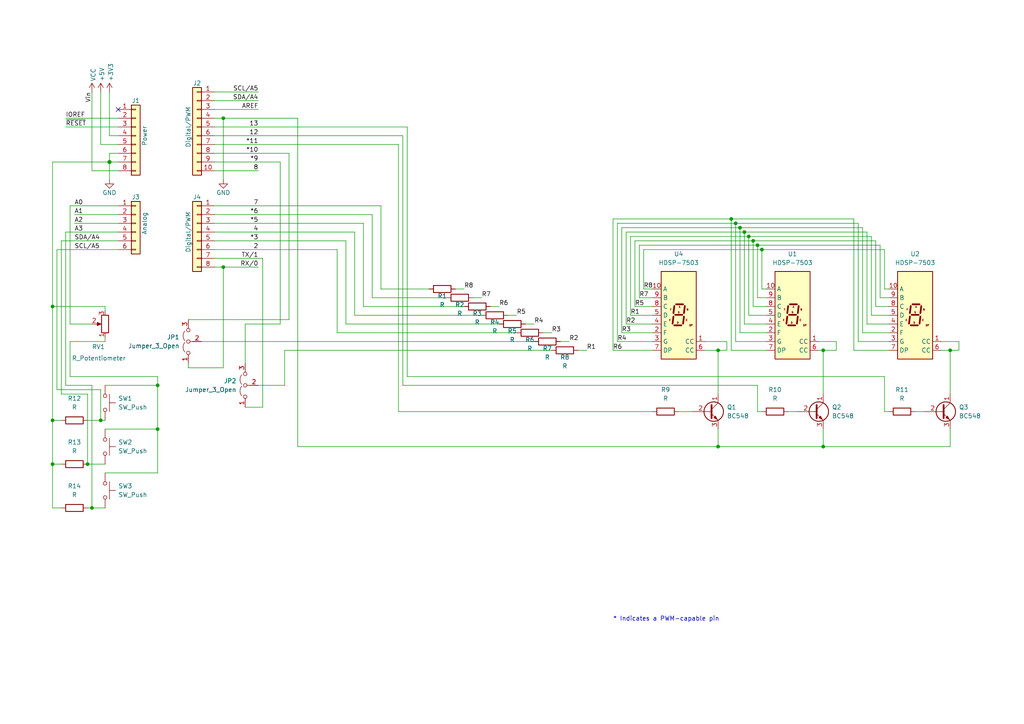
<source format=kicad_sch>
(kicad_sch (version 20231120) (generator "eeschema") (generator_version "8.0")
  (paper "A4")
  (title_block (date "mar. 31 mars 2015"))
  (lib_symbols
    (symbol "Connector_Generic:Conn_01x06" (pin_names (offset 1.016) hide)
      (property "Reference" "J" (at 0 7.62 0))
      (property "Value" "Conn_01x06" (at 0 -10.16 0))
      (symbol "Conn_01x06_1_1"
        (rectangle (start -1.27 -7.493) (end 0 -7.747) (stroke (width 0.1524)))
        (rectangle (start -1.27 -4.953) (end 0 -5.207) (stroke (width 0.1524)))
        (rectangle (start -1.27 -2.413) (end 0 -2.667) (stroke (width 0.1524)))
        (rectangle (start -1.27 0.127) (end 0 -0.127) (stroke (width 0.1524)))
        (rectangle (start -1.27 2.667) (end 0 2.413) (stroke (width 0.1524)))
        (rectangle (start -1.27 5.207) (end 0 4.953) (stroke (width 0.1524)))
        (rectangle (start -1.27 6.35) (end 1.27 -8.89) (stroke (width 0.254)) (fill (type background)))
        (pin passive line (at -5.08 5.08 0) (length 3.81) (name "Pin_1") (number "1"))
        (pin passive line (at -5.08 2.54 0) (length 3.81) (name "Pin_2") (number "2"))
        (pin passive line (at -5.08 0 0) (length 3.81) (name "Pin_3") (number "3"))
        (pin passive line (at -5.08 -2.54 0) (length 3.81) (name "Pin_4") (number "4"))
        (pin passive line (at -5.08 -5.08 0) (length 3.81) (name "Pin_5") (number "5"))
        (pin passive line (at -5.08 -7.62 0) (length 3.81) (name "Pin_6") (number "6"))
      )
    )
    (symbol "Connector_Generic:Conn_01x08" (pin_names (offset 1.016) hide)
      (property "Reference" "J" (at 0 10.16 0))
      (property "Value" "Conn_01x08" (at 0 -12.7 0))
      (symbol "Conn_01x08_1_1"
        (rectangle (start -1.27 -10.033) (end 0 -10.287) (stroke (width 0.1524)))
        (rectangle (start -1.27 -7.493) (end 0 -7.747) (stroke (width 0.1524)))
        (rectangle (start -1.27 -4.953) (end 0 -5.207) (stroke (width 0.1524)))
        (rectangle (start -1.27 -2.413) (end 0 -2.667) (stroke (width 0.1524)))
        (rectangle (start -1.27 0.127) (end 0 -0.127) (stroke (width 0.1524)))
        (rectangle (start -1.27 2.667) (end 0 2.413) (stroke (width 0.1524)))
        (rectangle (start -1.27 5.207) (end 0 4.953) (stroke (width 0.1524)))
        (rectangle (start -1.27 7.747) (end 0 7.493) (stroke (width 0.1524)))
        (rectangle (start -1.27 8.89) (end 1.27 -11.43) (stroke (width 0.254)) (fill (type background)))
        (pin passive line (at -5.08 7.62 0) (length 3.81) (name "Pin_1") (number "1"))
        (pin passive line (at -5.08 5.08 0) (length 3.81) (name "Pin_2") (number "2"))
        (pin passive line (at -5.08 2.54 0) (length 3.81) (name "Pin_3") (number "3"))
        (pin passive line (at -5.08 0 0) (length 3.81) (name "Pin_4") (number "4"))
        (pin passive line (at -5.08 -2.54 0) (length 3.81) (name "Pin_5") (number "5"))
        (pin passive line (at -5.08 -5.08 0) (length 3.81) (name "Pin_6") (number "6"))
        (pin passive line (at -5.08 -7.62 0) (length 3.81) (name "Pin_7") (number "7"))
        (pin passive line (at -5.08 -10.16 0) (length 3.81) (name "Pin_8") (number "8"))
      )
    )
    (symbol "Connector_Generic:Conn_01x10" (pin_names (offset 1.016) hide)
      (property "Reference" "J" (at 0 12.7 0))
      (property "Value" "Conn_01x10" (at 0 -15.24 0))
      (symbol "Conn_01x10_1_1"
        (rectangle (start -1.27 -12.573) (end 0 -12.827) (stroke (width 0.1524)))
        (rectangle (start -1.27 -10.033) (end 0 -10.287) (stroke (width 0.1524)))
        (rectangle (start -1.27 -7.493) (end 0 -7.747) (stroke (width 0.1524)))
        (rectangle (start -1.27 -4.953) (end 0 -5.207) (stroke (width 0.1524)))
        (rectangle (start -1.27 -2.413) (end 0 -2.667) (stroke (width 0.1524)))
        (rectangle (start -1.27 0.127) (end 0 -0.127) (stroke (width 0.1524)))
        (rectangle (start -1.27 2.667) (end 0 2.413) (stroke (width 0.1524)))
        (rectangle (start -1.27 5.207) (end 0 4.953) (stroke (width 0.1524)))
        (rectangle (start -1.27 7.747) (end 0 7.493) (stroke (width 0.1524)))
        (rectangle (start -1.27 10.287) (end 0 10.033) (stroke (width 0.1524)))
        (rectangle (start -1.27 11.43) (end 1.27 -13.97) (stroke (width 0.254)) (fill (type background)))
        (pin passive line (at -5.08 10.16 0) (length 3.81) (name "Pin_1") (number "1"))
        (pin passive line (at -5.08 -12.7 0) (length 3.81) (name "Pin_10") (number "10"))
        (pin passive line (at -5.08 7.62 0) (length 3.81) (name "Pin_2") (number "2"))
        (pin passive line (at -5.08 5.08 0) (length 3.81) (name "Pin_3") (number "3"))
        (pin passive line (at -5.08 2.54 0) (length 3.81) (name "Pin_4") (number "4"))
        (pin passive line (at -5.08 0 0) (length 3.81) (name "Pin_5") (number "5"))
        (pin passive line (at -5.08 -2.54 0) (length 3.81) (name "Pin_6") (number "6"))
        (pin passive line (at -5.08 -5.08 0) (length 3.81) (name "Pin_7") (number "7"))
        (pin passive line (at -5.08 -7.62 0) (length 3.81) (name "Pin_8") (number "8"))
        (pin passive line (at -5.08 -10.16 0) (length 3.81) (name "Pin_9") (number "9"))
      )
    )
    (symbol "Device:R" (pin_numbers hide) (pin_names (offset 0))
      (property "Reference" "R" (at 2.032 0 90))
      (property "Value" "R" (at 0 0 90))
      (symbol "R_0_1"
        (rectangle (start -1.016 -2.54) (end 1.016 2.54) (stroke (width 0.254)))
      )
      (symbol "R_1_1"
        (pin passive line (at 0 3.81 270) (length 1.27) (name "~") (number "1"))
        (pin passive line (at 0 -3.81 90) (length 1.27) (name "~") (number "2"))
      )
    )
    (symbol "Device:R_Potentiometer" (pin_names (offset 1.016) hide)
      (property "Reference" "RV" (at -4.445 0 90))
      (property "Value" "R_Potentiometer" (at -2.54 0 90))
      (symbol "R_Potentiometer_0_1"
        (polyline (pts (xy 2.54 0) (xy 1.524 0)))
        (polyline (pts (xy 1.143 0) (xy 2.286 0.508) (xy 2.286 -0.508) (xy 1.143 0)) (fill (type outline)))
        (rectangle (start 1.016 2.54) (end -1.016 -2.54) (stroke (width 0.254)))
      )
      (symbol "R_Potentiometer_1_1"
        (pin passive line (at 0 3.81 270) (length 1.27) (name "1") (number "1"))
        (pin passive line (at 3.81 0 180) (length 1.27) (name "2") (number "2"))
        (pin passive line (at 0 -3.81 90) (length 1.27) (name "3") (number "3"))
      )
    )
    (symbol "Display_Character:HDSP-7503"
      (property "Reference" "U" (at -3.81 13.97 0))
      (property "Value" "HDSP-7503" (at 6.35 13.97 0))
      (symbol "HDSP-7503_1_0"
        (text "A" (at 0.254 2.413 0) (effects (font (size 0.508 0.508))))
        (text "B" (at 2.54 1.651 0) (effects (font (size 0.508 0.508))))
        (text "C" (at 2.286 -1.397 0) (effects (font (size 0.508 0.508))))
        (text "D" (at -0.254 -2.159 0) (effects (font (size 0.508 0.508))))
        (text "DP" (at 3.556 -2.921 0) (effects (font (size 0.508 0.508))))
        (text "E" (at -2.54 -1.397 0) (effects (font (size 0.508 0.508))))
        (text "F" (at -2.286 1.651 0) (effects (font (size 0.508 0.508))))
        (text "G" (at 0 0.889 0) (effects (font (size 0.508 0.508))))
      )
      (symbol "HDSP-7503_1_1"
        (rectangle (start -5.08 12.7) (end 5.08 -12.7) (stroke (width 0.254)) (fill (type background)))
        (polyline (pts (xy -1.524 -0.381) (xy -1.778 -2.413)) (stroke (width 0.508)))
        (polyline (pts (xy -1.27 -2.921) (xy 0.762 -2.921)) (stroke (width 0.508)))
        (polyline (pts (xy -1.27 2.667) (xy -1.524 0.635)) (stroke (width 0.508)))
        (polyline (pts (xy -1.016 0.127) (xy 1.016 0.127)) (stroke (width 0.508)))
        (polyline (pts (xy -0.762 3.175) (xy 1.27 3.175)) (stroke (width 0.508)))
        (polyline (pts (xy 1.524 -0.381) (xy 1.27 -2.413)) (stroke (width 0.508)))
        (polyline (pts (xy 1.778 2.667) (xy 1.524 0.635)) (stroke (width 0.508)))
        (polyline (pts (xy 2.54 -2.921) (xy 2.54 -2.921)) (stroke (width 0.508)))
        (pin input line (at 7.62 -7.62 180) (length 2.54) (name "CC") (number "1"))
        (pin input line (at -7.62 7.62 0) (length 2.54) (name "A") (number "10"))
        (pin input line (at -7.62 -5.08 0) (length 2.54) (name "F") (number "2"))
        (pin input line (at -7.62 -7.62 0) (length 2.54) (name "G") (number "3"))
        (pin input line (at -7.62 -2.54 0) (length 2.54) (name "E") (number "4"))
        (pin input line (at -7.62 0 0) (length 2.54) (name "D") (number "5"))
        (pin input line (at 7.62 -10.16 180) (length 2.54) (name "CC") (number "6"))
        (pin input line (at -7.62 -10.16 0) (length 2.54) (name "DP") (number "7"))
        (pin input line (at -7.62 2.54 0) (length 2.54) (name "C") (number "8"))
        (pin input line (at -7.62 5.08 0) (length 2.54) (name "B") (number "9"))
      )
    )
    (symbol "Jumper:Jumper_3_Open" (pin_names (offset 0) hide) (exclude_from_sim yes) (in_bom no)
      (property "Reference" "JP" (at -2.54 -2.54 0))
      (property "Value" "Jumper_3_Open" (at 0 2.794 0))
      (symbol "Jumper_3_Open_0_0"
        (circle (center -3.302 0) (radius 0.508))
        (circle (center 0 0) (radius 0.508))
        (circle (center 3.302 0) (radius 0.508))
      )
      (symbol "Jumper_3_Open_0_1"
        (arc (start -0.254 1.016) (mid -1.651 1.4992) (end -3.048 1.016))
        (polyline (pts (xy 0 -0.508) (xy 0 -1.27)))
        (arc (start 3.048 1.016) (mid 1.651 1.4992) (end 0.254 1.016))
      )
      (symbol "Jumper_3_Open_1_1"
        (pin passive line (at -6.35 0 0) (length 2.54) (name "A") (number "1"))
        (pin passive line (at 0 -3.81 90) (length 2.54) (name "C") (number "2"))
        (pin passive line (at 6.35 0 180) (length 2.54) (name "B") (number "3"))
      )
    )
    (symbol "Switch:SW_Push" (pin_numbers hide) (pin_names (offset 1.016) hide)
      (property "Reference" "SW" (at 1.27 2.54 0))
      (property "Value" "SW_Push" (at 0 -1.524 0))
      (symbol "SW_Push_0_1"
        (circle (center -2.032 0) (radius 0.508))
        (polyline (pts (xy 0 1.27) (xy 0 3.048)))
        (polyline (pts (xy 2.54 1.27) (xy -2.54 1.27)))
        (circle (center 2.032 0) (radius 0.508))
        (pin passive line (at -5.08 0 0) (length 2.54) (name "1") (number "1"))
        (pin passive line (at 5.08 0 180) (length 2.54) (name "2") (number "2"))
      )
    )
    (symbol "Transistor_BJT:BC548" (pin_names (offset 0) hide)
      (property "Reference" "Q" (at 5.08 1.905 0))
      (property "Value" "BC548" (at 5.08 0 0))
      (symbol "BC548_0_1"
        (polyline (pts (xy 0 0) (xy 0.635 0)))
        (polyline (pts (xy 0.635 0.635) (xy 2.54 2.54)))
        (polyline (pts (xy 0.635 -0.635) (xy 2.54 -2.54) (xy 2.54 -2.54)))
        (polyline (pts (xy 0.635 1.905) (xy 0.635 -1.905) (xy 0.635 -1.905)) (stroke (width 0.508)))
        (polyline (pts (xy 1.27 -1.778) (xy 1.778 -1.27) (xy 2.286 -2.286) (xy 1.27 -1.778) (xy 1.27 -1.778)) (fill (type outline)))
        (circle (center 1.27 0) (radius 2.8194) (stroke (width 0.254)))
      )
      (symbol "BC548_1_1"
        (pin passive line (at 2.54 5.08 270) (length 2.54) (name "C") (number "1"))
        (pin input line (at -5.08 0 0) (length 5.08) (name "B") (number "2"))
        (pin passive line (at 2.54 -5.08 90) (length 2.54) (name "E") (number "3"))
      )
    )
    (symbol "power:+3V3" (power) (pin_names (offset 0))
      (property "Value" "+3V3" (at 0 3.556 0))
      (symbol "+3V3_0_1"
        (polyline (pts (xy -0.762 1.27) (xy 0 2.54)))
        (polyline (pts (xy 0 0) (xy 0 2.54)))
        (polyline (pts (xy 0 2.54) (xy 0.762 1.27)))
      )
      (symbol "+3V3_1_1"
        (pin power_in line (at 0 0 90) (length 0) hide (name "+3V3") (number "1"))
      )
    )
    (symbol "power:+5V" (power) (pin_names (offset 0))
      (property "Value" "+5V" (at 0 3.556 0))
      (symbol "+5V_0_1"
        (polyline (pts (xy -0.762 1.27) (xy 0 2.54)))
        (polyline (pts (xy 0 0) (xy 0 2.54)))
        (polyline (pts (xy 0 2.54) (xy 0.762 1.27)))
      )
      (symbol "+5V_1_1"
        (pin power_in line (at 0 0 90) (length 0) hide (name "+5V") (number "1"))
      )
    )
    (symbol "power:GND" (power) (pin_names (offset 0))
      (property "Value" "GND" (at 0 -3.81 0))
      (symbol "GND_0_1"
        (polyline (pts (xy 0 0) (xy 0 -1.27) (xy 1.27 -1.27) (xy 0 -2.54) (xy -1.27 -1.27) (xy 0 -1.27)))
      )
      (symbol "GND_1_1"
        (pin power_in line (at 0 0 270) (length 0) hide (name "GND") (number "1"))
      )
    )
    (symbol "power:VCC" (power) (pin_names (offset 0))
      (property "Value" "VCC" (at 0 3.81 0))
      (symbol "VCC_0_1"
        (polyline (pts (xy -0.762 1.27) (xy 0 2.54)))
        (polyline (pts (xy 0 0) (xy 0 2.54)))
        (polyline (pts (xy 0 2.54) (xy 0.762 1.27)))
      )
      (symbol "VCC_1_1"
        (pin power_in line (at 0 0 90) (length 0) hide (name "VCC") (number "1"))
      )
    )
  )
  (junction (at 15.24 88.9))
  (junction (at 208.28 101.6))
  (junction (at 31.75 46.99) (diameter 1.016))
  (junction (at 25.4 134.62))
  (junction (at 217.17 68.58))
  (junction (at 238.76 129.54))
  (junction (at 275.59 101.6))
  (junction (at 238.76 101.6))
  (junction (at 220.98 72.39))
  (junction (at 218.44 69.85))
  (junction (at 215.9 67.31))
  (junction (at 219.71 71.12))
  (junction (at 45.72 111.76))
  (junction (at 26.67 147.32))
  (junction (at 15.24 134.62))
  (junction (at 213.36 64.77))
  (junction (at 29.21 121.92))
  (junction (at 64.77 34.29))
  (junction (at 45.72 124.46))
  (junction (at 15.24 121.92))
  (junction (at 214.63 66.04))
  (junction (at 208.28 129.54))
  (junction (at 212.09 63.5))
  (junction (at 64.77 77.47))
  (no_connect (at 34.29 31.75))
  (wire (pts (xy 20.32 59.69) (xy 34.29 59.69)))
  (wire (pts (xy 177.8 101.6) (xy 189.23 101.6)))
  (wire (pts (xy 62.23 77.47) (xy 64.77 77.47)))
  (wire (pts (xy 256.54 109.22) (xy 118.11 109.22)))
  (wire (pts (xy 86.36 129.54) (xy 208.28 129.54)))
  (wire (pts (xy 265.43 119.38) (xy 267.97 119.38)))
  (wire (pts (xy 238.76 101.6) (xy 237.49 101.6)))
  (wire (pts (xy 157.48 96.52) (xy 160.02 96.52)))
  (wire (pts (xy 222.25 99.06) (xy 213.36 99.06)))
  (wire (pts (xy 62.23 44.45) (xy 83.82 44.45)))
  (wire (pts (xy 180.34 66.04) (xy 180.34 96.52)))
  (wire (pts (xy 220.98 83.82) (xy 220.98 72.39)))
  (wire (pts (xy 182.88 68.58) (xy 217.17 68.58)))
  (wire (pts (xy 20.32 109.22) (xy 45.72 109.22)))
  (wire (pts (xy 185.42 71.12) (xy 219.71 71.12)))
  (wire (pts (xy 210.82 101.6) (xy 210.82 99.06)))
  (wire (pts (xy 62.23 26.67) (xy 74.93 26.67)))
  (wire (pts (xy 116.84 111.76) (xy 116.84 39.37)))
  (wire (pts (xy 278.13 101.6) (xy 275.59 101.6)))
  (wire (pts (xy 251.46 93.98) (xy 257.81 93.98)))
  (wire (pts (xy 15.24 121.92) (xy 17.78 121.92)))
  (wire (pts (xy 181.61 67.31) (xy 181.61 93.98)))
  (wire (pts (xy 256.54 83.82) (xy 257.81 83.82)))
  (wire (pts (xy 86.36 129.54) (xy 86.36 34.29)))
  (wire (pts (xy 222.25 86.36) (xy 219.71 86.36)))
  (wire (pts (xy 83.82 92.71) (xy 83.82 44.45)))
  (wire (pts (xy 215.9 67.31) (xy 251.46 67.31)))
  (wire (pts (xy 29.21 113.03) (xy 16.51 113.03)))
  (wire (pts (xy 248.92 64.77) (xy 248.92 99.06)))
  (wire (pts (xy 222.25 91.44) (xy 217.17 91.44)))
  (wire (pts (xy 31.75 44.45) (xy 31.75 46.99)))
  (wire (pts (xy 185.42 86.36) (xy 189.23 86.36)))
  (wire (pts (xy 20.32 99.06) (xy 20.32 109.22)))
  (wire (pts (xy 64.77 77.47) (xy 74.93 77.47)))
  (wire (pts (xy 16.51 72.39) (xy 34.29 72.39)))
  (wire (pts (xy 208.28 101.6) (xy 210.82 101.6)))
  (wire (pts (xy 15.24 46.99) (xy 31.75 46.99)))
  (wire (pts (xy 45.72 137.16) (xy 30.48 137.16)))
  (wire (pts (xy 214.63 66.04) (xy 250.19 66.04)))
  (wire (pts (xy 218.44 69.85) (xy 254 69.85)))
  (wire (pts (xy 147.32 91.44) (xy 149.86 91.44)))
  (wire (pts (xy 218.44 69.85) (xy 218.44 88.9)))
  (wire (pts (xy 31.75 46.99) (xy 31.75 52.07)))
  (wire (pts (xy 257.81 119.38) (xy 256.54 119.38)))
  (wire (pts (xy 250.19 96.52) (xy 257.81 96.52)))
  (wire (pts (xy 31.75 39.37) (xy 34.29 39.37)))
  (wire (pts (xy 139.7 91.44) (xy 102.87 91.44)))
  (wire (pts (xy 29.21 41.91) (xy 34.29 41.91)))
  (wire (pts (xy 29.21 26.67) (xy 29.21 41.91)))
  (wire (pts (xy 219.71 71.12) (xy 255.27 71.12)))
  (wire (pts (xy 254 88.9) (xy 257.81 88.9)))
  (wire (pts (xy 105.41 88.9) (xy 105.41 64.77)))
  (wire (pts (xy 16.51 113.03) (xy 16.51 72.39)))
  (wire (pts (xy 238.76 124.46) (xy 238.76 129.54)))
  (wire (pts (xy 214.63 96.52) (xy 214.63 66.04)))
  (wire (pts (xy 62.23 36.83) (xy 118.11 36.83)))
  (wire (pts (xy 25.4 134.62) (xy 30.48 134.62)))
  (wire (pts (xy 212.09 63.5) (xy 247.65 63.5)))
  (wire (pts (xy 30.48 111.76) (xy 45.72 111.76)))
  (wire (pts (xy 31.75 26.67) (xy 31.75 39.37)))
  (wire (pts (xy 62.23 59.69) (xy 110.49 59.69)))
  (wire (pts (xy 30.48 88.9) (xy 30.48 90.17)))
  (wire (pts (xy 20.32 93.98) (xy 20.32 59.69)))
  (wire (pts (xy 19.05 111.76) (xy 19.05 67.31)))
  (wire (pts (xy 252.73 91.44) (xy 257.81 91.44)))
  (wire (pts (xy 242.57 99.06) (xy 242.57 101.6)))
  (wire (pts (xy 62.23 39.37) (xy 116.84 39.37)))
  (wire (pts (xy 152.4 93.98) (xy 154.94 93.98)))
  (wire (pts (xy 58.42 99.06) (xy 154.94 99.06)))
  (wire (pts (xy 45.72 111.76) (xy 45.72 124.46)))
  (wire (pts (xy 64.77 106.68) (xy 64.77 77.47)))
  (wire (pts (xy 54.61 106.68) (xy 64.77 106.68)))
  (wire (pts (xy 20.32 99.06) (xy 30.48 99.06)))
  (wire (pts (xy 278.13 99.06) (xy 278.13 101.6)))
  (wire (pts (xy 107.95 86.36) (xy 107.95 62.23)))
  (wire (pts (xy 62.23 62.23) (xy 107.95 62.23)))
  (wire (pts (xy 54.61 92.71) (xy 83.82 92.71)))
  (wire (pts (xy 185.42 71.12) (xy 185.42 86.36)))
  (wire (pts (xy 275.59 101.6) (xy 273.05 101.6)))
  (wire (pts (xy 213.36 99.06) (xy 213.36 64.77)))
  (wire (pts (xy 76.2 118.11) (xy 76.2 74.93)))
  (wire (pts (xy 184.15 69.85) (xy 218.44 69.85)))
  (wire (pts (xy 254 69.85) (xy 254 88.9)))
  (wire (pts (xy 15.24 134.62) (xy 15.24 147.32)))
  (wire (pts (xy 217.17 68.58) (xy 252.73 68.58)))
  (wire (pts (xy 255.27 86.36) (xy 257.81 86.36)))
  (wire (pts (xy 19.05 67.31) (xy 34.29 67.31)))
  (wire (pts (xy 26.67 147.32) (xy 26.67 111.76)))
  (wire (pts (xy 62.23 46.99) (xy 81.28 46.99)))
  (wire (pts (xy 275.59 101.6) (xy 275.59 114.3)))
  (wire (pts (xy 15.24 147.32) (xy 17.78 147.32)))
  (wire (pts (xy 71.12 105.41) (xy 71.12 93.98)))
  (wire (pts (xy 213.36 64.77) (xy 248.92 64.77)))
  (wire (pts (xy 62.23 67.31) (xy 102.87 67.31)))
  (wire (pts (xy 17.78 69.85) (xy 34.29 69.85)))
  (wire (pts (xy 228.6 119.38) (xy 231.14 119.38)))
  (wire (pts (xy 219.71 111.76) (xy 116.84 111.76)))
  (wire (pts (xy 19.05 34.29) (xy 34.29 34.29)))
  (wire (pts (xy 208.28 129.54) (xy 238.76 129.54)))
  (wire (pts (xy 208.28 124.46) (xy 208.28 129.54)))
  (wire (pts (xy 252.73 68.58) (xy 252.73 91.44)))
  (wire (pts (xy 97.79 96.52) (xy 97.79 72.39)))
  (wire (pts (xy 182.88 68.58) (xy 182.88 91.44)))
  (wire (pts (xy 86.36 34.29) (xy 64.77 34.29)))
  (wire (pts (xy 134.62 88.9) (xy 105.41 88.9)))
  (wire (pts (xy 82.55 101.6) (xy 82.55 111.76)))
  (wire (pts (xy 247.65 101.6) (xy 257.81 101.6)))
  (wire (pts (xy 64.77 34.29) (xy 64.77 52.07)))
  (wire (pts (xy 71.12 93.98) (xy 81.28 93.98)))
  (wire (pts (xy 186.69 72.39) (xy 186.69 83.82)))
  (wire (pts (xy 275.59 129.54) (xy 275.59 124.46)))
  (wire (pts (xy 62.23 31.75) (xy 74.93 31.75)))
  (wire (pts (xy 110.49 83.82) (xy 124.46 83.82)))
  (wire (pts (xy 167.64 101.6) (xy 170.18 101.6)))
  (wire (pts (xy 217.17 91.44) (xy 217.17 68.58)))
  (wire (pts (xy 34.29 64.77) (xy 21.59 64.77)))
  (wire (pts (xy 129.54 86.36) (xy 107.95 86.36)))
  (wire (pts (xy 19.05 36.83) (xy 34.29 36.83)))
  (wire (pts (xy 222.25 83.82) (xy 220.98 83.82)))
  (wire (pts (xy 20.32 93.98) (xy 26.67 93.98)))
  (wire (pts (xy 34.29 46.99) (xy 31.75 46.99)))
  (wire (pts (xy 219.71 71.12) (xy 219.71 86.36)))
  (wire (pts (xy 45.72 109.22) (xy 45.72 111.76)))
  (wire (pts (xy 222.25 88.9) (xy 218.44 88.9)))
  (wire (pts (xy 215.9 93.98) (xy 215.9 67.31)))
  (wire (pts (xy 137.16 86.36) (xy 139.7 86.36)))
  (wire (pts (xy 15.24 121.92) (xy 15.24 134.62)))
  (wire (pts (xy 15.24 134.62) (xy 17.78 134.62)))
  (wire (pts (xy 34.29 49.53) (xy 26.67 49.53)))
  (wire (pts (xy 186.69 83.82) (xy 189.23 83.82)))
  (wire (pts (xy 220.98 119.38) (xy 219.71 119.38)))
  (wire (pts (xy 208.28 101.6) (xy 208.28 114.3)))
  (wire (pts (xy 21.59 62.23) (xy 34.29 62.23)))
  (wire (pts (xy 160.02 101.6) (xy 82.55 101.6)))
  (wire (pts (xy 25.4 114.3) (xy 25.4 134.62)))
  (wire (pts (xy 25.4 114.3) (xy 17.78 114.3)))
  (wire (pts (xy 15.24 88.9) (xy 15.24 121.92)))
  (wire (pts (xy 196.85 119.38) (xy 200.66 119.38)))
  (wire (pts (xy 142.24 88.9) (xy 144.78 88.9)))
  (wire (pts (xy 26.67 111.76) (xy 19.05 111.76)))
  (wire (pts (xy 115.57 119.38) (xy 115.57 41.91)))
  (wire (pts (xy 81.28 93.98) (xy 81.28 46.99)))
  (wire (pts (xy 62.23 34.29) (xy 64.77 34.29)))
  (wire (pts (xy 29.21 121.92) (xy 30.48 121.92)))
  (wire (pts (xy 189.23 119.38) (xy 115.57 119.38)))
  (wire (pts (xy 210.82 99.06) (xy 204.47 99.06)))
  (wire (pts (xy 34.29 44.45) (xy 31.75 44.45)))
  (wire (pts (xy 179.07 99.06) (xy 189.23 99.06)))
  (wire (pts (xy 238.76 129.54) (xy 275.59 129.54)))
  (wire (pts (xy 26.67 147.32) (xy 30.48 147.32)))
  (wire (pts (xy 45.72 124.46) (xy 45.72 137.16)))
  (wire (pts (xy 62.23 41.91) (xy 115.57 41.91)))
  (wire (pts (xy 149.86 96.52) (xy 97.79 96.52)))
  (wire (pts (xy 144.78 93.98) (xy 100.33 93.98)))
  (wire (pts (xy 29.21 121.92) (xy 29.21 113.03)))
  (wire (pts (xy 256.54 109.22) (xy 256.54 119.38)))
  (wire (pts (xy 102.87 91.44) (xy 102.87 67.31)))
  (wire (pts (xy 62.23 64.77) (xy 105.41 64.77)))
  (wire (pts (xy 242.57 101.6) (xy 238.76 101.6)))
  (wire (pts (xy 204.47 101.6) (xy 208.28 101.6)))
  (wire (pts (xy 184.15 88.9) (xy 189.23 88.9)))
  (wire (pts (xy 237.49 99.06) (xy 242.57 99.06)))
  (wire (pts (xy 186.69 72.39) (xy 220.98 72.39)))
  (wire (pts (xy 222.25 101.6) (xy 212.09 101.6)))
  (wire (pts (xy 248.92 99.06) (xy 257.81 99.06)))
  (wire (pts (xy 74.93 111.76) (xy 82.55 111.76)))
  (wire (pts (xy 220.98 72.39) (xy 256.54 72.39)))
  (wire (pts (xy 184.15 69.85) (xy 184.15 88.9)))
  (wire (pts (xy 222.25 96.52) (xy 214.63 96.52)))
  (wire (pts (xy 256.54 72.39) (xy 256.54 83.82)))
  (wire (pts (xy 17.78 114.3) (xy 17.78 69.85)))
  (wire (pts (xy 181.61 67.31) (xy 215.9 67.31)))
  (wire (pts (xy 179.07 64.77) (xy 179.07 99.06)))
  (wire (pts (xy 132.08 83.82) (xy 134.62 83.82)))
  (wire (pts (xy 219.71 119.38) (xy 219.71 111.76)))
  (wire (pts (xy 162.56 99.06) (xy 165.1 99.06)))
  (wire (pts (xy 212.09 101.6) (xy 212.09 63.5)))
  (wire (pts (xy 71.12 118.11) (xy 76.2 118.11)))
  (wire (pts (xy 180.34 66.04) (xy 214.63 66.04)))
  (wire (pts (xy 238.76 101.6) (xy 238.76 114.3)))
  (wire (pts (xy 54.61 105.41) (xy 54.61 106.68)))
  (wire (pts (xy 30.48 99.06) (xy 30.48 97.79)))
  (wire (pts (xy 25.4 121.92) (xy 29.21 121.92)))
  (wire (pts (xy 62.23 29.21) (xy 74.93 29.21)))
  (wire (pts (xy 182.88 91.44) (xy 189.23 91.44)))
  (wire (pts (xy 247.65 63.5) (xy 247.65 101.6)))
  (wire (pts (xy 30.48 124.46) (xy 45.72 124.46)))
  (wire (pts (xy 62.23 72.39) (xy 97.79 72.39)))
  (wire (pts (xy 100.33 93.98) (xy 100.33 69.85)))
  (wire (pts (xy 177.8 63.5) (xy 177.8 101.6)))
  (wire (pts (xy 110.49 59.69) (xy 110.49 83.82)))
  (wire (pts (xy 62.23 69.85) (xy 100.33 69.85)))
  (wire (pts (xy 15.24 88.9) (xy 15.24 46.99)))
  (wire (pts (xy 251.46 67.31) (xy 251.46 93.98)))
  (wire (pts (xy 118.11 109.22) (xy 118.11 36.83)))
  (wire (pts (xy 273.05 99.06) (xy 278.13 99.06)))
  (wire (pts (xy 62.23 74.93) (xy 76.2 74.93)))
  (wire (pts (xy 26.67 49.53) (xy 26.67 26.67)))
  (wire (pts (xy 222.25 93.98) (xy 215.9 93.98)))
  (wire (pts (xy 15.24 88.9) (xy 30.48 88.9)))
  (wire (pts (xy 250.19 66.04) (xy 250.19 96.52)))
  (wire (pts (xy 180.34 96.52) (xy 189.23 96.52)))
  (wire (pts (xy 177.8 63.5) (xy 212.09 63.5)))
  (wire (pts (xy 179.07 64.77) (xy 213.36 64.77)))
  (wire (pts (xy 255.27 71.12) (xy 255.27 86.36)))
  (wire (pts (xy 181.61 93.98) (xy 189.23 93.98)))
  (wire (pts (xy 62.23 49.53) (xy 74.93 49.53)))
  (wire (pts (xy 25.4 147.32) (xy 26.67 147.32)))
  (text "* Indicates a PWM-capable pin" (at 177.8 180.34 0) (effects (font (size 1.27 1.27)) (justify left bottom)))
  (label "R2" (at 165.1 99.06 0))
  (label "RX{slash}0" (at 74.93 77.47 180))
  (label "R4" (at 154.94 93.98 0))
  (label "A2" (at 21.59 64.77 0))
  (label "4" (at 74.93 67.31 180))
  (label "R1" (at 170.18 101.6 0))
  (label "R7" (at 139.7 86.36 0))
  (label "2" (at 74.93 72.39 180))
  (label "R6" (at 144.78 88.9 0))
  (label "A3" (at 21.59 67.31 0))
  (label "13" (at 74.93 36.83 180))
  (label "R1" (at 182.88 91.44 0))
  (label "12" (at 74.93 39.37 180))
  (label "~{RESET}" (at 19.05 36.83 0))
  (label "R7" (at 185.42 86.36 0))
  (label "*10" (at 74.93 44.45 180))
  (label "R8" (at 186.69 83.82 0))
  (label "R6" (at 177.8 101.6 0))
  (label "R5" (at 184.15 88.9 0))
  (label "7" (at 74.93 59.69 180))
  (label "R5" (at 149.86 91.44 0))
  (label "SDA{slash}A4" (at 74.93 29.21 180))
  (label "8" (at 74.93 49.53 180))
  (label "*11" (at 74.93 41.91 180))
  (label "*3" (at 74.93 69.85 180))
  (label "R3" (at 180.34 96.52 0))
  (label "A1" (at 21.59 62.23 0))
  (label "TX{slash}1" (at 74.93 74.93 180))
  (label "A0" (at 21.59 59.69 0))
  (label "AREF" (at 74.93 31.75 180))
  (label "Vin" (at 26.67 26.67 270))
  (label "*6" (at 74.93 62.23 180))
  (label "SCL{slash}A5" (at 74.93 26.67 180))
  (label "*9" (at 74.93 46.99 180))
  (label "R4" (at 179.07 99.06 0))
  (label "R3" (at 160.02 96.52 0))
  (label "*5" (at 74.93 64.77 180))
  (label "IOREF" (at 19.05 34.29 0))
  (label "R2" (at 181.61 93.98 0))
  (label "SDA{slash}A4" (at 21.59 69.85 0))
  (label "SCL{slash}A5" (at 21.59 72.39 0))
  (label "R8" (at 134.62 83.82 0))
  (symbol (lib_id "Connector_Generic:Conn_01x08") (at 39.37 39.37 0) (unit 1)
    (property "Reference" "J1" (at 39.37 29.21 0))
    (property "Value" "Power" (at 41.91 39.37 90))
    (property "Footprint" "Connector_PinSocket_2.54mm:PinSocket_1x08_P2.54mm_Vertical" (effects (hide yes)))
  )
  (symbol (lib_id "power:+3V3") (at 31.75 26.67 0) (unit 1)
    (property "Reference" "#PWR03" (effects (hide yes)))
    (property "Value" "+3V3" (at 32.131 23.622 90) (effects (justify left)))
  )
  (symbol (lib_id "power:+5V") (at 29.21 26.67 0) (unit 1)
    (property "Reference" "#PWR02" (effects (hide yes)))
    (property "Value" "+5V" (at 29.5656 23.622 90) (effects (justify left)))
  )
  (symbol (lib_id "power:GND") (at 31.75 52.07 0) (unit 1)
    (property "Reference" "#PWR04" (effects (hide yes)))
    (property "Value" "GND" (at 31.75 55.88 0))
  )
  (symbol (lib_id "Connector_Generic:Conn_01x10") (at 57.15 36.83 0) (mirror y) (unit 1)
    (property "Reference" "J2" (at 57.15 24.13 0))
    (property "Value" "Digital/PWM" (at 54.61 36.83 90))
    (property "Footprint" "Connector_PinSocket_2.54mm:PinSocket_1x10_P2.54mm_Vertical" (effects (hide yes)))
  )
  (symbol (lib_id "power:GND") (at 64.77 52.07 0) (unit 1)
    (property "Reference" "#PWR05" (effects (hide yes)))
    (property "Value" "GND" (at 64.77 55.88 0))
  )
  (symbol (lib_id "Connector_Generic:Conn_01x06") (at 39.37 64.77 0) (unit 1)
    (property "Reference" "J3" (at 39.37 57.15 0))
    (property "Value" "Analog" (at 41.91 64.77 90))
    (property "Footprint" "Connector_PinSocket_2.54mm:PinSocket_1x06_P2.54mm_Vertical" (effects (hide yes)))
  )
  (symbol (lib_id "Connector_Generic:Conn_01x08") (at 57.15 67.31 0) (mirror y) (unit 1)
    (property "Reference" "J4" (at 57.15 57.15 0))
    (property "Value" "Digital/PWM" (at 54.61 67.31 90))
    (property "Footprint" "Connector_PinSocket_2.54mm:PinSocket_1x08_P2.54mm_Vertical" (effects (hide yes)))
  )
  (symbol (lib_id "Device:R") (at 193.04 119.38 90) (unit 1)
    (property "Reference" "R9" (at 193.04 113.03 90))
    (property "Value" "R" (at 193.04 115.57 90))
    (property "Footprint" "Resistor_THT:R_Axial_DIN0207_L6.3mm_D2.5mm_P7.62mm_Horizontal" (effects (hide yes)))
    (property "Description" "Resistor" (effects (hide yes)))
  )
  (symbol (lib_id "Device:R") (at 133.35 86.36 90) (unit 1)
    (property "Reference" "R2" (at 133.35 88.392 90))
    (property "Value" "R" (at 133.35 90.932 90))
    (property "Footprint" "Resistor_THT:R_Axial_DIN0207_L6.3mm_D2.5mm_P7.62mm_Horizontal" (effects (hide yes)))
    (property "Description" "Resistor" (effects (hide yes)))
  )
  (symbol (lib_id "Device:R") (at 224.79 119.38 90) (unit 1)
    (property "Reference" "R10" (at 224.79 113.03 90))
    (property "Value" "R" (at 224.79 115.57 90))
    (property "Footprint" "Resistor_THT:R_Axial_DIN0207_L6.3mm_D2.5mm_P7.62mm_Horizontal" (effects (hide yes)))
    (property "Description" "Resistor" (effects (hide yes)))
  )
  (symbol (lib_id "Device:R") (at 143.51 91.44 90) (unit 1)
    (property "Reference" "R4" (at 143.51 93.472 90))
    (property "Value" "R" (at 143.51 96.012 90))
    (property "Footprint" "Resistor_THT:R_Axial_DIN0207_L6.3mm_D2.5mm_P7.62mm_Horizontal" (effects (hide yes)))
    (property "Description" "Resistor" (effects (hide yes)))
  )
  (symbol (lib_id "Device:R") (at 148.59 93.98 90) (unit 1)
    (property "Reference" "R5" (at 148.59 96.012 90))
    (property "Value" "R" (at 148.59 98.552 90))
    (property "Footprint" "Resistor_THT:R_Axial_DIN0207_L6.3mm_D2.5mm_P7.62mm_Horizontal" (effects (hide yes)))
    (property "Description" "Resistor" (effects (hide yes)))
  )
  (symbol (lib_id "Device:R") (at 21.59 134.62 90) (unit 1)
    (property "Reference" "R13" (at 21.59 128.27 90))
    (property "Value" "R" (at 21.59 130.81 90))
    (property "Footprint" "Resistor_THT:R_Axial_DIN0207_L6.3mm_D2.5mm_P7.62mm_Horizontal" (effects (hide yes)))
    (property "Description" "Resistor" (effects (hide yes)))
  )
  (symbol (lib_id "Transistor_BJT:BC548") (at 273.05 119.38 0) (unit 1)
    (property "Reference" "Q3" (at 278.13 118.1099 0) (effects (justify left)))
    (property "Value" "BC548" (at 278.13 120.6499 0) (effects (justify left)))
    (property "Footprint" "Package_TO_SOT_THT:TO-92_Inline" (effects (hide yes)))
    (property "Datasheet" "https://www.onsemi.com/pub/Collateral/BC550-D.pdf" (effects (hide yes)))
    (property "Description" "0.1A Ic, 30V Vce, Small Signal NPN Transistor, TO-92" (effects (hide yes)))
  )
  (symbol (lib_id "Device:R") (at 163.83 101.6 90) (unit 1)
    (property "Reference" "R8" (at 163.83 103.632 90))
    (property "Value" "R" (at 163.83 106.172 90))
    (property "Footprint" "Resistor_THT:R_Axial_DIN0207_L6.3mm_D2.5mm_P7.62mm_Horizontal" (effects (hide yes)))
    (property "Description" "Resistor" (effects (hide yes)))
  )
  (symbol (lib_id "power:VCC") (at 26.67 26.67 0) (unit 1)
    (property "Reference" "#PWR01" (effects (hide yes)))
    (property "Value" "VCC" (at 27.051 23.622 90) (effects (justify left)))
  )
  (symbol (lib_id "Device:R") (at 21.59 121.92 90) (unit 1)
    (property "Reference" "R12" (at 21.59 115.57 90))
    (property "Value" "R" (at 21.59 118.11 90))
    (property "Footprint" "Resistor_THT:R_Axial_DIN0207_L6.3mm_D2.5mm_P7.62mm_Horizontal" (effects (hide yes)))
    (property "Description" "Resistor" (effects (hide yes)))
  )
  (symbol (lib_id "Device:R_Potentiometer") (at 30.48 93.98 180) (unit 1)
    (property "Reference" "RV1" (at 26.67 100.584 0) (effects (justify right)))
    (property "Value" "R_Potentiometer" (at 20.828 103.886 0) (effects (justify right)))
    (property "Footprint" "Potentiometer_THT:Potentiometer_Alps_RK09K_Single_Horizontal" (effects (hide yes)))
    (property "Description" "Potentiometer" (effects (hide yes)))
  )
  (symbol (lib_id "Switch:SW_Push") (at 30.48 129.54 270) (unit 1)
    (property "Reference" "SW2" (at 34.29 128.2699 90) (effects (justify left)))
    (property "Value" "SW_Push" (at 34.29 130.8099 90) (effects (justify left)))
    (property "Footprint" "Button_Switch_THT:SW_PUSH_6mm_H4.3mm" (effects (hide yes)))
    (property "Description" "Push button switch, generic, two pins" (effects (hide yes)))
  )
  (symbol (lib_id "Transistor_BJT:BC548") (at 236.22 119.38 0) (unit 1)
    (property "Reference" "Q2" (at 241.3 118.1099 0) (effects (justify left)))
    (property "Value" "BC548" (at 241.3 120.6499 0) (effects (justify left)))
    (property "Footprint" "Package_TO_SOT_THT:TO-92_Inline" (effects (hide yes)))
    (property "Datasheet" "https://www.onsemi.com/pub/Collateral/BC550-D.pdf" (effects (hide yes)))
    (property "Description" "0.1A Ic, 30V Vce, Small Signal NPN Transistor, TO-92" (effects (hide yes)))
  )
  (symbol (lib_id "Display_Character:HDSP-7503") (at 229.87 91.44 0) (unit 1)
    (property "Reference" "U1" (at 229.87 73.66 0))
    (property "Value" "HDSP-7503" (at 229.87 76.2 0))
    (property "Footprint" "7SegmentAC:D1X8K_AC" (effects (hide yes)))
    (property "Datasheet" "https://docs.broadcom.com/docs/AV02-2553EN" (effects (hide yes)))
    (property "Description" "One digit 7 segment high efficiency red, common cathode" (effects (hide yes)))
  )
  (symbol (lib_id "Display_Character:HDSP-7503") (at 265.43 91.44 0) (unit 1)
    (property "Reference" "U2" (at 265.43 73.66 0))
    (property "Value" "HDSP-7503" (at 265.43 76.2 0))
    (property "Footprint" "7SegmentAC:D1X8K_AC" (effects (hide yes)))
    (property "Datasheet" "https://docs.broadcom.com/docs/AV02-2553EN" (effects (hide yes)))
    (property "Description" "One digit 7 segment high efficiency red, common cathode" (effects (hide yes)))
  )
  (symbol (lib_id "Switch:SW_Push") (at 30.48 142.24 270) (unit 1)
    (property "Reference" "SW3" (at 34.29 140.9699 90) (effects (justify left)))
    (property "Value" "SW_Push" (at 34.29 143.5099 90) (effects (justify left)))
    (property "Footprint" "Button_Switch_THT:SW_PUSH_6mm_H4.3mm" (effects (hide yes)))
    (property "Description" "Push button switch, generic, two pins" (effects (hide yes)))
  )
  (symbol (lib_id "Device:R") (at 138.43 88.9 90) (unit 1)
    (property "Reference" "R3" (at 138.43 90.932 90))
    (property "Value" "R" (at 138.43 93.472 90))
    (property "Footprint" "Resistor_THT:R_Axial_DIN0207_L6.3mm_D2.5mm_P7.62mm_Horizontal" (effects (hide yes)))
    (property "Description" "Resistor" (effects (hide yes)))
  )
  (symbol (lib_id "Device:R") (at 158.75 99.06 90) (unit 1)
    (property "Reference" "R7" (at 158.75 101.092 90))
    (property "Value" "R" (at 158.75 103.632 90))
    (property "Footprint" "Resistor_THT:R_Axial_DIN0207_L6.3mm_D2.5mm_P7.62mm_Horizontal" (effects (hide yes)))
    (property "Description" "Resistor" (effects (hide yes)))
  )
  (symbol (lib_id "Display_Character:HDSP-7503") (at 196.85 91.44 0) (unit 1)
    (property "Reference" "U4" (at 196.85 73.66 0))
    (property "Value" "HDSP-7503" (at 196.85 76.2 0))
    (property "Footprint" "7SegmentAC:D1X8K_AC" (effects (hide yes)))
    (property "Datasheet" "https://docs.broadcom.com/docs/AV02-2553EN" (effects (hide yes)))
    (property "Description" "One digit 7 segment high efficiency red, common cathode" (effects (hide yes)))
  )
  (symbol (lib_id "Transistor_BJT:BC548") (at 205.74 119.38 0) (unit 1)
    (property "Reference" "Q1" (at 210.82 118.1099 0) (effects (justify left)))
    (property "Value" "BC548" (at 210.82 120.6499 0) (effects (justify left)))
    (property "Footprint" "Package_TO_SOT_THT:TO-92_Inline" (effects (hide yes)))
    (property "Datasheet" "https://www.onsemi.com/pub/Collateral/BC550-D.pdf" (effects (hide yes)))
    (property "Description" "0.1A Ic, 30V Vce, Small Signal NPN Transistor, TO-92" (effects (hide yes)))
  )
  (symbol (lib_id "Jumper:Jumper_3_Open") (at 54.61 99.06 90) (unit 1) (exclude_from_sim yes) (in_bom no)
    (property "Reference" "JP1" (at 52.07 97.7899 90) (effects (justify left)))
    (property "Value" "Jumper_3_Open" (at 52.07 100.3299 90) (effects (justify left)))
    (property "Footprint" "Connector_PinHeader_2.54mm:PinHeader_1x03_P2.54mm_Vertical" (effects (hide yes)))
    (property "Description" "Jumper, 3-pole, both open" (effects (hide yes)))
  )
  (symbol (lib_id "Switch:SW_Push") (at 30.48 116.84 270) (unit 1)
    (property "Reference" "SW1" (at 34.29 115.5699 90) (effects (justify left)))
    (property "Value" "SW_Push" (at 34.29 118.1099 90) (effects (justify left)))
    (property "Footprint" "Button_Switch_THT:SW_PUSH_6mm_H4.3mm" (effects (hide yes)))
    (property "Description" "Push button switch, generic, two pins" (effects (hide yes)))
  )
  (symbol (lib_id "Device:R") (at 153.67 96.52 90) (unit 1)
    (property "Reference" "R6" (at 153.67 98.552 90))
    (property "Value" "R" (at 153.67 101.092 90))
    (property "Footprint" "Resistor_THT:R_Axial_DIN0207_L6.3mm_D2.5mm_P7.62mm_Horizontal" (effects (hide yes)))
    (property "Description" "Resistor" (effects (hide yes)))
  )
  (symbol (lib_id "Jumper:Jumper_3_Open") (at 71.12 111.76 90) (unit 1) (exclude_from_sim yes) (in_bom no)
    (property "Reference" "JP2" (at 68.58 110.4899 90) (effects (justify left)))
    (property "Value" "Jumper_3_Open" (at 68.58 113.0299 90) (effects (justify left)))
    (property "Footprint" "Connector_PinHeader_2.54mm:PinHeader_1x03_P2.54mm_Vertical" (effects (hide yes)))
    (property "Description" "Jumper, 3-pole, both open" (effects (hide yes)))
  )
  (symbol (lib_id "Device:R") (at 128.27 83.82 90) (unit 1)
    (property "Reference" "R1" (at 128.27 85.852 90))
    (property "Value" "R" (at 128.27 88.392 90))
    (property "Footprint" "Resistor_THT:R_Axial_DIN0207_L6.3mm_D2.5mm_P7.62mm_Horizontal" (effects (hide yes)))
    (property "Description" "Resistor" (effects (hide yes)))
  )
  (symbol (lib_id "Device:R") (at 21.59 147.32 90) (unit 1)
    (property "Reference" "R14" (at 21.59 140.97 90))
    (property "Value" "R" (at 21.59 143.51 90))
    (property "Footprint" "Resistor_THT:R_Axial_DIN0207_L6.3mm_D2.5mm_P7.62mm_Horizontal" (effects (hide yes)))
    (property "Description" "Resistor" (effects (hide yes)))
  )
  (symbol (lib_id "Device:R") (at 261.62 119.38 90) (unit 1)
    (property "Reference" "R11" (at 261.62 113.03 90))
    (property "Value" "R" (at 261.62 115.57 90))
    (property "Footprint" "Resistor_THT:R_Axial_DIN0207_L6.3mm_D2.5mm_P7.62mm_Horizontal" (effects (hide yes)))
    (property "Description" "Resistor" (effects (hide yes)))
  )
)
</source>
